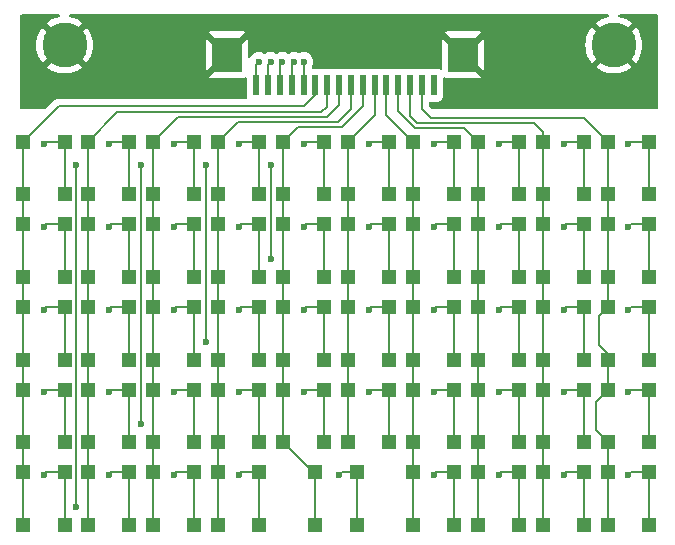
<source format=gbr>
%TF.GenerationSoftware,KiCad,Pcbnew,8.0.6-1.fc40*%
%TF.CreationDate,2025-02-15T15:48:19+01:00*%
%TF.ProjectId,airMouse-keyboard,6169724d-6f75-4736-952d-6b6579626f61,RC1*%
%TF.SameCoordinates,Original*%
%TF.FileFunction,Copper,L1,Top*%
%TF.FilePolarity,Positive*%
%FSLAX46Y46*%
G04 Gerber Fmt 4.6, Leading zero omitted, Abs format (unit mm)*
G04 Created by KiCad (PCBNEW 8.0.6-1.fc40) date 2025-02-15 15:48:19*
%MOMM*%
%LPD*%
G01*
G04 APERTURE LIST*
%TA.AperFunction,SMDPad,CuDef*%
%ADD10R,0.600000X1.800000*%
%TD*%
%TA.AperFunction,SMDPad,CuDef*%
%ADD11R,2.500000X3.000000*%
%TD*%
%TA.AperFunction,ComponentPad*%
%ADD12C,3.800000*%
%TD*%
%TA.AperFunction,SMDPad,CuDef*%
%ADD13R,1.200000X1.200000*%
%TD*%
%TA.AperFunction,ViaPad*%
%ADD14C,0.600000*%
%TD*%
%TA.AperFunction,Conductor*%
%ADD15C,0.200000*%
%TD*%
G04 APERTURE END LIST*
D10*
%TO.P,J1,1,Pin_1*%
%TO.N,unconnected-(J1-Pin_1-Pad1)*%
X121250000Y-80400000D03*
%TO.P,J1,2,Pin_2*%
%TO.N,/COL1*%
X120250000Y-80400000D03*
%TO.P,J1,3,Pin_3*%
%TO.N,/COL2*%
X119250000Y-80400000D03*
%TO.P,J1,4,Pin_4*%
%TO.N,/COL3*%
X118250000Y-80400000D03*
%TO.P,J1,5,Pin_5*%
%TO.N,/COL4*%
X117250000Y-80400000D03*
%TO.P,J1,6,Pin_6*%
%TO.N,/COL5*%
X116250000Y-80400000D03*
%TO.P,J1,7,Pin_7*%
%TO.N,/COL6*%
X115250000Y-80400000D03*
%TO.P,J1,8,Pin_8*%
%TO.N,/COL7*%
X114250000Y-80400000D03*
%TO.P,J1,9,Pin_9*%
%TO.N,/COL8*%
X113250000Y-80400000D03*
%TO.P,J1,10,Pin_10*%
%TO.N,/COL9*%
X112250000Y-80400000D03*
%TO.P,J1,11,Pin_11*%
%TO.N,/COL10*%
X111250000Y-80400000D03*
%TO.P,J1,12,Pin_12*%
%TO.N,/ROW1*%
X110250000Y-80400000D03*
%TO.P,J1,13,Pin_13*%
%TO.N,/ROW2*%
X109250000Y-80400000D03*
%TO.P,J1,14,Pin_14*%
%TO.N,/ROW3*%
X108250000Y-80400000D03*
%TO.P,J1,15,Pin_15*%
%TO.N,/ROW4*%
X107250000Y-80400000D03*
%TO.P,J1,16,Pin_16*%
%TO.N,/ROW5*%
X106250000Y-80400000D03*
D11*
%TO.P,J1,MP,MountPin*%
%TO.N,GND*%
X123750000Y-77800000D03*
X103750000Y-77800000D03*
%TD*%
D12*
%TO.P,H4,1,1*%
%TO.N,GND*%
X90000000Y-77000000D03*
%TD*%
%TO.P,H3,1,1*%
%TO.N,GND*%
X136500000Y-77000000D03*
%TD*%
D13*
%TO.P,SW24,1,A*%
%TO.N,/COL7*%
X103000000Y-99175000D03*
X103000000Y-103625000D03*
%TO.P,SW24,2,B*%
%TO.N,Net-(D24-A)*%
X106500000Y-99175000D03*
X106500000Y-103625000D03*
%TD*%
%TO.P,SW9,1,A*%
%TO.N,/COL2*%
X130500000Y-85175000D03*
X130500000Y-89625000D03*
%TO.P,SW9,2,B*%
%TO.N,Net-(D9-A)*%
X134000000Y-85175000D03*
X134000000Y-89625000D03*
%TD*%
%TO.P,SW44,1,A*%
%TO.N,/COL7*%
X103000000Y-113175000D03*
X103000000Y-117625000D03*
%TO.P,SW44,2,B*%
%TO.N,Net-(D44-A)*%
X106500000Y-113175000D03*
X106500000Y-117625000D03*
%TD*%
%TO.P,SW33,1,A*%
%TO.N,/COL8*%
X97500000Y-106175000D03*
X97500000Y-110625000D03*
%TO.P,SW33,2,B*%
%TO.N,Net-(D33-A)*%
X101000000Y-106175000D03*
X101000000Y-110625000D03*
%TD*%
%TO.P,SW3,1,A*%
%TO.N,/COL8*%
X97500000Y-85175000D03*
X97500000Y-89625000D03*
%TO.P,SW3,2,B*%
%TO.N,Net-(D3-A)*%
X101000000Y-85175000D03*
X101000000Y-89625000D03*
%TD*%
%TO.P,SW1,1,A*%
%TO.N,/COL10*%
X86500000Y-85175000D03*
X86500000Y-89625000D03*
%TO.P,SW1,2,B*%
%TO.N,Net-(D1-A)*%
X90000000Y-85175000D03*
X90000000Y-89625000D03*
%TD*%
%TO.P,SW16,1,A*%
%TO.N,/COL5*%
X114000000Y-92175000D03*
X114000000Y-96625000D03*
%TO.P,SW16,2,B*%
%TO.N,Net-(D16-A)*%
X117500000Y-92175000D03*
X117500000Y-96625000D03*
%TD*%
%TO.P,SW32,1,A*%
%TO.N,/COL9*%
X92000000Y-106175000D03*
X92000000Y-110625000D03*
%TO.P,SW32,2,B*%
%TO.N,Net-(D32-A)*%
X95500000Y-106175000D03*
X95500000Y-110625000D03*
%TD*%
%TO.P,SW28,1,A*%
%TO.N,/COL3*%
X125000000Y-99175000D03*
X125000000Y-103625000D03*
%TO.P,SW28,2,B*%
%TO.N,Net-(D28-A)*%
X128500000Y-99175000D03*
X128500000Y-103625000D03*
%TD*%
%TO.P,SW46,1,A*%
%TO.N,/COL4*%
X119500000Y-113175000D03*
X119500000Y-117625000D03*
%TO.P,SW46,2,B*%
%TO.N,Net-(D46-A)*%
X123000000Y-113175000D03*
X123000000Y-117625000D03*
%TD*%
%TO.P,SW37,1,A*%
%TO.N,/COL4*%
X119500000Y-106175000D03*
X119500000Y-110625000D03*
%TO.P,SW37,2,B*%
%TO.N,Net-(D37-A)*%
X123000000Y-106175000D03*
X123000000Y-110625000D03*
%TD*%
%TO.P,SW5,1,A*%
%TO.N,/COL6*%
X108500000Y-85175000D03*
X108500000Y-89625000D03*
%TO.P,SW5,2,B*%
%TO.N,Net-(D5-A)*%
X112000000Y-85175000D03*
X112000000Y-89625000D03*
%TD*%
%TO.P,SW10,1,A*%
%TO.N,/COL1*%
X136000000Y-85175000D03*
X136000000Y-89625000D03*
%TO.P,SW10,2,B*%
%TO.N,Net-(D10-A)*%
X139500000Y-85175000D03*
X139500000Y-89625000D03*
%TD*%
%TO.P,SW17,1,A*%
%TO.N,/COL4*%
X119500000Y-92175000D03*
X119500000Y-96625000D03*
%TO.P,SW17,2,B*%
%TO.N,Net-(D17-A)*%
X123000000Y-92175000D03*
X123000000Y-96625000D03*
%TD*%
%TO.P,SW19,1,A*%
%TO.N,/COL2*%
X130500000Y-92175000D03*
X130500000Y-96625000D03*
%TO.P,SW19,2,B*%
%TO.N,Net-(D19-A)*%
X134000000Y-92175000D03*
X134000000Y-96625000D03*
%TD*%
%TO.P,SW41,1,A*%
%TO.N,/COL10*%
X86500000Y-113175000D03*
X86500000Y-117625000D03*
%TO.P,SW41,2,B*%
%TO.N,Net-(D41-A)*%
X90000000Y-113175000D03*
X90000000Y-117625000D03*
%TD*%
%TO.P,SW26,1,A*%
%TO.N,/COL5*%
X114000000Y-99175000D03*
X114000000Y-103625000D03*
%TO.P,SW26,2,B*%
%TO.N,Net-(D26-A)*%
X117500000Y-99175000D03*
X117500000Y-103625000D03*
%TD*%
%TO.P,SW49,1,A*%
%TO.N,/COL1*%
X136000000Y-113175000D03*
X136000000Y-117625000D03*
%TO.P,SW49,2,B*%
%TO.N,Net-(D49-A)*%
X139500000Y-113175000D03*
X139500000Y-117625000D03*
%TD*%
%TO.P,SW31,1,A*%
%TO.N,/COL10*%
X86500000Y-106175000D03*
X86500000Y-110625000D03*
%TO.P,SW31,2,B*%
%TO.N,Net-(D31-A)*%
X90000000Y-106175000D03*
X90000000Y-110625000D03*
%TD*%
%TO.P,SW45,1,A*%
%TO.N,/COL6*%
X111250000Y-113175000D03*
X111250000Y-117625000D03*
%TO.P,SW45,2,B*%
%TO.N,Net-(D45-A)*%
X114750000Y-113175000D03*
X114750000Y-117625000D03*
%TD*%
%TO.P,SW2,1,A*%
%TO.N,/COL9*%
X92000000Y-85175000D03*
X92000000Y-89625000D03*
%TO.P,SW2,2,B*%
%TO.N,Net-(D2-A)*%
X95500000Y-85175000D03*
X95500000Y-89625000D03*
%TD*%
%TO.P,SW6,1,A*%
%TO.N,/COL5*%
X114000000Y-85175000D03*
X114000000Y-89625000D03*
%TO.P,SW6,2,B*%
%TO.N,Net-(D6-A)*%
X117500000Y-85175000D03*
X117500000Y-89625000D03*
%TD*%
%TO.P,SW39,1,A*%
%TO.N,/COL2*%
X130500000Y-106175000D03*
X130500000Y-110625000D03*
%TO.P,SW39,2,B*%
%TO.N,Net-(D39-A)*%
X134000000Y-106175000D03*
X134000000Y-110625000D03*
%TD*%
%TO.P,SW4,1,A*%
%TO.N,/COL7*%
X103000000Y-85175000D03*
X103000000Y-89625000D03*
%TO.P,SW4,2,B*%
%TO.N,Net-(D4-A)*%
X106500000Y-85175000D03*
X106500000Y-89625000D03*
%TD*%
%TO.P,SW25,1,A*%
%TO.N,/COL6*%
X108500000Y-99175000D03*
X108500000Y-103625000D03*
%TO.P,SW25,2,B*%
%TO.N,Net-(D25-A)*%
X112000000Y-99175000D03*
X112000000Y-103625000D03*
%TD*%
%TO.P,SW21,1,A*%
%TO.N,/COL10*%
X86500000Y-99175000D03*
X86500000Y-103625000D03*
%TO.P,SW21,2,B*%
%TO.N,Net-(D21-A)*%
X90000000Y-99175000D03*
X90000000Y-103625000D03*
%TD*%
%TO.P,SW13,1,A*%
%TO.N,/COL8*%
X97500000Y-92175000D03*
X97500000Y-96625000D03*
%TO.P,SW13,2,B*%
%TO.N,Net-(D13-A)*%
X101000000Y-92175000D03*
X101000000Y-96625000D03*
%TD*%
%TO.P,SW48,1,A*%
%TO.N,/COL2*%
X130500000Y-113175000D03*
X130500000Y-117625000D03*
%TO.P,SW48,2,B*%
%TO.N,Net-(D48-A)*%
X134000000Y-113175000D03*
X134000000Y-117625000D03*
%TD*%
%TO.P,SW18,1,A*%
%TO.N,/COL3*%
X125000000Y-92175000D03*
X125000000Y-96625000D03*
%TO.P,SW18,2,B*%
%TO.N,Net-(D18-A)*%
X128500000Y-92175000D03*
X128500000Y-96625000D03*
%TD*%
%TO.P,SW34,1,A*%
%TO.N,/COL7*%
X103000000Y-106175000D03*
X103000000Y-110625000D03*
%TO.P,SW34,2,B*%
%TO.N,Net-(D34-A)*%
X106500000Y-106175000D03*
X106500000Y-110625000D03*
%TD*%
%TO.P,SW23,1,A*%
%TO.N,/COL8*%
X97500000Y-99175000D03*
X97500000Y-103625000D03*
%TO.P,SW23,2,B*%
%TO.N,Net-(D23-A)*%
X101000000Y-99175000D03*
X101000000Y-103625000D03*
%TD*%
%TO.P,SW20,1,A*%
%TO.N,/COL1*%
X136000000Y-92175000D03*
X136000000Y-96625000D03*
%TO.P,SW20,2,B*%
%TO.N,Net-(D20-A)*%
X139500000Y-92175000D03*
X139500000Y-96625000D03*
%TD*%
%TO.P,SW27,1,A*%
%TO.N,/COL4*%
X119500000Y-99175000D03*
X119500000Y-103625000D03*
%TO.P,SW27,2,B*%
%TO.N,Net-(D27-A)*%
X123000000Y-99175000D03*
X123000000Y-103625000D03*
%TD*%
%TO.P,SW11,1,A*%
%TO.N,/COL10*%
X86500000Y-92175000D03*
X86500000Y-96625000D03*
%TO.P,SW11,2,B*%
%TO.N,Net-(D11-A)*%
X90000000Y-92175000D03*
X90000000Y-96625000D03*
%TD*%
%TO.P,SW38,1,A*%
%TO.N,/COL3*%
X125000000Y-106175000D03*
X125000000Y-110625000D03*
%TO.P,SW38,2,B*%
%TO.N,Net-(D38-A)*%
X128500000Y-106175000D03*
X128500000Y-110625000D03*
%TD*%
%TO.P,SW36,1,A*%
%TO.N,/COL5*%
X114000000Y-106175000D03*
X114000000Y-110625000D03*
%TO.P,SW36,2,B*%
%TO.N,Net-(D36-A)*%
X117500000Y-106175000D03*
X117500000Y-110625000D03*
%TD*%
%TO.P,SW8,1,A*%
%TO.N,/COL3*%
X125000000Y-85175000D03*
X125000000Y-89625000D03*
%TO.P,SW8,2,B*%
%TO.N,Net-(D8-A)*%
X128500000Y-85175000D03*
X128500000Y-89625000D03*
%TD*%
%TO.P,SW7,1,A*%
%TO.N,/COL4*%
X119500000Y-85175000D03*
X119500000Y-89625000D03*
%TO.P,SW7,2,B*%
%TO.N,Net-(D7-A)*%
X123000000Y-85175000D03*
X123000000Y-89625000D03*
%TD*%
%TO.P,SW29,1,A*%
%TO.N,/COL2*%
X130500000Y-99175000D03*
X130500000Y-103625000D03*
%TO.P,SW29,2,B*%
%TO.N,Net-(D29-A)*%
X134000000Y-99175000D03*
X134000000Y-103625000D03*
%TD*%
%TO.P,SW42,1,A*%
%TO.N,/COL9*%
X92000000Y-113175000D03*
X92000000Y-117625000D03*
%TO.P,SW42,2,B*%
%TO.N,Net-(D42-A)*%
X95500000Y-113175000D03*
X95500000Y-117625000D03*
%TD*%
%TO.P,SW47,1,A*%
%TO.N,/COL3*%
X125000000Y-113175000D03*
X125000000Y-117625000D03*
%TO.P,SW47,2,B*%
%TO.N,Net-(D47-A)*%
X128500000Y-113175000D03*
X128500000Y-117625000D03*
%TD*%
%TO.P,SW22,1,A*%
%TO.N,/COL9*%
X92000000Y-99175000D03*
X92000000Y-103625000D03*
%TO.P,SW22,2,B*%
%TO.N,Net-(D22-A)*%
X95500000Y-99175000D03*
X95500000Y-103625000D03*
%TD*%
%TO.P,SW35,1,A*%
%TO.N,/COL6*%
X108500000Y-106175000D03*
X108500000Y-110625000D03*
%TO.P,SW35,2,B*%
%TO.N,Net-(D35-A)*%
X112000000Y-106175000D03*
X112000000Y-110625000D03*
%TD*%
%TO.P,SW40,1,A*%
%TO.N,/COL1*%
X136000000Y-106175000D03*
X136000000Y-110625000D03*
%TO.P,SW40,2,B*%
%TO.N,Net-(D40-A)*%
X139500000Y-106175000D03*
X139500000Y-110625000D03*
%TD*%
%TO.P,SW15,1,A*%
%TO.N,/COL6*%
X108500000Y-92175000D03*
X108500000Y-96625000D03*
%TO.P,SW15,2,B*%
%TO.N,Net-(D15-A)*%
X112000000Y-92175000D03*
X112000000Y-96625000D03*
%TD*%
%TO.P,SW30,1,A*%
%TO.N,/COL1*%
X136000000Y-99175000D03*
X136000000Y-103625000D03*
%TO.P,SW30,2,B*%
%TO.N,Net-(D30-A)*%
X139500000Y-99175000D03*
X139500000Y-103625000D03*
%TD*%
%TO.P,SW43,1,A*%
%TO.N,/COL8*%
X97500000Y-113175000D03*
X97500000Y-117625000D03*
%TO.P,SW43,2,B*%
%TO.N,Net-(D43-A)*%
X101000000Y-113175000D03*
X101000000Y-117625000D03*
%TD*%
%TO.P,SW12,1,A*%
%TO.N,/COL9*%
X92000000Y-92175000D03*
X92000000Y-96625000D03*
%TO.P,SW12,2,B*%
%TO.N,Net-(D12-A)*%
X95500000Y-92175000D03*
X95500000Y-96625000D03*
%TD*%
%TO.P,SW14,1,A*%
%TO.N,/COL7*%
X103000000Y-92175000D03*
X103000000Y-96625000D03*
%TO.P,SW14,2,B*%
%TO.N,Net-(D14-A)*%
X106500000Y-92175000D03*
X106500000Y-96625000D03*
%TD*%
D14*
%TO.N,/ROW5*%
X106450000Y-78400000D03*
%TO.N,/ROW4*%
X107450000Y-78400000D03*
%TO.N,/ROW3*%
X108450000Y-78400000D03*
%TO.N,/ROW2*%
X109450000Y-78400000D03*
%TO.N,/ROW1*%
X110250000Y-78400000D03*
%TO.N,GND*%
X139250000Y-81400000D03*
X139250000Y-80400000D03*
X139250000Y-79400000D03*
X139250000Y-78400000D03*
X139250000Y-77400000D03*
X139250000Y-76400000D03*
X139250000Y-75400000D03*
X87250000Y-81400000D03*
X87250000Y-80400000D03*
X87250000Y-79400000D03*
X87250000Y-78400000D03*
X87250000Y-77400000D03*
X87250000Y-76400000D03*
X87250000Y-75400000D03*
%TO.N,/ROW5*%
X91000000Y-87150000D03*
X91000000Y-116100000D03*
%TO.N,/ROW4*%
X96500000Y-87150000D03*
X96500000Y-109100000D03*
%TO.N,/ROW3*%
X102000000Y-87150000D03*
X102000000Y-102100000D03*
%TO.N,/ROW2*%
X107500000Y-87150000D03*
X107500000Y-95100000D03*
%TO.N,Net-(D1-A)*%
X88250000Y-85400000D03*
%TO.N,Net-(D2-A)*%
X93750000Y-85400000D03*
%TO.N,Net-(D3-A)*%
X99250000Y-85400000D03*
%TO.N,Net-(D4-A)*%
X104750000Y-85400000D03*
%TO.N,Net-(D5-A)*%
X110250000Y-85400000D03*
%TO.N,Net-(D6-A)*%
X115750000Y-85400000D03*
%TO.N,Net-(D7-A)*%
X121250000Y-85400000D03*
%TO.N,Net-(D8-A)*%
X126750000Y-85400000D03*
%TO.N,Net-(D9-A)*%
X132250000Y-85400000D03*
%TO.N,Net-(D10-A)*%
X137750000Y-85400000D03*
%TO.N,Net-(D11-A)*%
X88250000Y-92400000D03*
%TO.N,Net-(D12-A)*%
X93750000Y-92400000D03*
%TO.N,Net-(D13-A)*%
X99250000Y-92400000D03*
%TO.N,Net-(D14-A)*%
X104750000Y-92400000D03*
%TO.N,Net-(D15-A)*%
X110250000Y-92400000D03*
%TO.N,Net-(D16-A)*%
X115750000Y-92400000D03*
%TO.N,Net-(D17-A)*%
X121250000Y-92400000D03*
%TO.N,Net-(D18-A)*%
X126750000Y-92400000D03*
%TO.N,Net-(D19-A)*%
X132250000Y-92400000D03*
%TO.N,Net-(D20-A)*%
X137750000Y-92400000D03*
%TO.N,Net-(D21-A)*%
X88250000Y-99400000D03*
%TO.N,Net-(D22-A)*%
X93750000Y-99400000D03*
%TO.N,Net-(D23-A)*%
X99250000Y-99400000D03*
%TO.N,Net-(D24-A)*%
X104750000Y-99400000D03*
%TO.N,Net-(D25-A)*%
X110250000Y-99400000D03*
%TO.N,Net-(D26-A)*%
X115750000Y-99400000D03*
%TO.N,Net-(D27-A)*%
X121250000Y-99400000D03*
%TO.N,Net-(D28-A)*%
X126750000Y-99400000D03*
%TO.N,Net-(D29-A)*%
X132250000Y-99400000D03*
%TO.N,Net-(D30-A)*%
X137750000Y-99400000D03*
%TO.N,Net-(D31-A)*%
X88250000Y-106400000D03*
%TO.N,Net-(D32-A)*%
X93750000Y-106400000D03*
%TO.N,Net-(D33-A)*%
X99250000Y-106400000D03*
%TO.N,Net-(D34-A)*%
X104750000Y-106400000D03*
%TO.N,Net-(D35-A)*%
X110250000Y-106400000D03*
%TO.N,Net-(D36-A)*%
X115750000Y-106400000D03*
%TO.N,Net-(D37-A)*%
X121250000Y-106400000D03*
%TO.N,Net-(D38-A)*%
X126750000Y-106400000D03*
%TO.N,Net-(D39-A)*%
X132250000Y-106400000D03*
%TO.N,Net-(D40-A)*%
X137750000Y-106400000D03*
%TO.N,Net-(D41-A)*%
X88250000Y-113400000D03*
%TO.N,Net-(D42-A)*%
X93750000Y-113400000D03*
%TO.N,Net-(D43-A)*%
X99250000Y-113400000D03*
%TO.N,Net-(D44-A)*%
X104750000Y-113400000D03*
%TO.N,Net-(D45-A)*%
X113250000Y-113400000D03*
%TO.N,Net-(D46-A)*%
X121250000Y-113400000D03*
%TO.N,Net-(D47-A)*%
X126750000Y-113400000D03*
%TO.N,Net-(D48-A)*%
X132250000Y-113400000D03*
%TO.N,Net-(D49-A)*%
X137750000Y-113400000D03*
%TD*%
D15*
%TO.N,/COL10*%
X89525000Y-82150000D02*
X110300000Y-82150000D01*
X110300000Y-82150000D02*
X111250000Y-81200000D01*
X111250000Y-81200000D02*
X111250000Y-80400000D01*
%TO.N,/COL9*%
X92000000Y-85175000D02*
X94475000Y-82700000D01*
X94475000Y-82700000D02*
X111750000Y-82700000D01*
X111750000Y-82700000D02*
X112250000Y-82200000D01*
X112250000Y-82200000D02*
X112250000Y-80400000D01*
%TO.N,/ROW5*%
X106250000Y-78600000D02*
X106450000Y-78400000D01*
X106250000Y-80400000D02*
X106250000Y-78600000D01*
%TO.N,/ROW4*%
X107250000Y-78600000D02*
X107450000Y-78400000D01*
X107250000Y-80400000D02*
X107250000Y-78600000D01*
%TO.N,/ROW3*%
X108250000Y-78600000D02*
X108450000Y-78400000D01*
X108250000Y-80400000D02*
X108250000Y-78600000D01*
%TO.N,/ROW2*%
X109250000Y-78600000D02*
X109450000Y-78400000D01*
X109250000Y-80400000D02*
X109250000Y-78600000D01*
%TO.N,/ROW1*%
X110250000Y-80400000D02*
X110250000Y-78400000D01*
%TO.N,/COL1*%
X136000000Y-85175000D02*
X134025000Y-83200000D01*
X121050000Y-83200000D02*
X120250000Y-82400000D01*
X134025000Y-83200000D02*
X121050000Y-83200000D01*
X120250000Y-82400000D02*
X120250000Y-80400000D01*
%TO.N,/COL2*%
X130500000Y-85175000D02*
X130500000Y-84375000D01*
X130500000Y-84375000D02*
X129725000Y-83600000D01*
X129725000Y-83600000D02*
X119850000Y-83600000D01*
X119850000Y-83600000D02*
X119250000Y-83000000D01*
X119250000Y-83000000D02*
X119250000Y-80400000D01*
%TO.N,/COL3*%
X125000000Y-85175000D02*
X123825000Y-84000000D01*
X123825000Y-84000000D02*
X119650000Y-84000000D01*
X119650000Y-84000000D02*
X118250000Y-82600000D01*
X118250000Y-82600000D02*
X118250000Y-80400000D01*
%TO.N,/COL4*%
X119500000Y-85175000D02*
X117250000Y-82925000D01*
X117250000Y-82925000D02*
X117250000Y-80400000D01*
%TO.N,/COL5*%
X114000000Y-85175000D02*
X116250000Y-82925000D01*
X116250000Y-82925000D02*
X116250000Y-80400000D01*
%TO.N,/COL6*%
X113500000Y-83900000D02*
X115250000Y-82150000D01*
X115250000Y-82150000D02*
X115250000Y-80400000D01*
%TO.N,/COL7*%
X103000000Y-85175000D02*
X104675000Y-83500000D01*
X104675000Y-83500000D02*
X113150000Y-83500000D01*
X113150000Y-83500000D02*
X114250000Y-82400000D01*
X114250000Y-82400000D02*
X114250000Y-80400000D01*
%TO.N,/COL8*%
X112250000Y-83100000D02*
X113250000Y-82100000D01*
X113250000Y-82100000D02*
X113250000Y-80400000D01*
%TO.N,/ROW5*%
X91000000Y-87150000D02*
X91000000Y-116100000D01*
%TO.N,/ROW4*%
X96500000Y-87150000D02*
X96500000Y-109100000D01*
%TO.N,/ROW3*%
X102000000Y-87150000D02*
X102000000Y-102100000D01*
%TO.N,/ROW2*%
X107500000Y-87150000D02*
X107500000Y-95100000D01*
%TO.N,/COL10*%
X89525000Y-82150000D02*
X86500000Y-85175000D01*
%TO.N,/COL8*%
X112250000Y-83100000D02*
X99575000Y-83100000D01*
X99575000Y-83100000D02*
X97500000Y-85175000D01*
%TO.N,/COL6*%
X108500000Y-85175000D02*
X109775000Y-83900000D01*
X109775000Y-83900000D02*
X113500000Y-83900000D01*
%TO.N,/COL10*%
X86500000Y-92175000D02*
X86500000Y-96625000D01*
X86500000Y-99175000D02*
X86500000Y-103625000D01*
X86500000Y-103625000D02*
X86500000Y-106175000D01*
X86500000Y-85175000D02*
X86500000Y-89625000D01*
X86500000Y-89625000D02*
X86500000Y-92175000D01*
X86500000Y-96625000D02*
X86500000Y-99175000D01*
X86500000Y-106175000D02*
X86500000Y-117625000D01*
%TO.N,/COL9*%
X92000000Y-92175000D02*
X92000000Y-91650000D01*
X92000000Y-85175000D02*
X92000000Y-117625000D01*
%TO.N,/COL8*%
X97500000Y-92175000D02*
X97500000Y-117625000D01*
X97500000Y-99175000D02*
X97500000Y-98650000D01*
X97500000Y-85175000D02*
X97500000Y-89625000D01*
X97500000Y-89625000D02*
X97500000Y-92175000D01*
%TO.N,/COL7*%
X103000000Y-85175000D02*
X103000000Y-117625000D01*
%TO.N,/COL6*%
X111050000Y-113175000D02*
X111250000Y-113175000D01*
X111250000Y-117625000D02*
X111250000Y-113175000D01*
X108500000Y-85175000D02*
X108500000Y-110625000D01*
X108500000Y-110625000D02*
X111050000Y-113175000D01*
%TO.N,/COL5*%
X114000000Y-85175000D02*
X114000000Y-110625000D01*
%TO.N,/COL4*%
X119500000Y-85175000D02*
X119500000Y-117625000D01*
%TO.N,/COL3*%
X125000000Y-85175000D02*
X125000000Y-117625000D01*
%TO.N,/COL2*%
X130500000Y-85175000D02*
X130500000Y-117625000D01*
%TO.N,/COL1*%
X135000000Y-107175000D02*
X136000000Y-106175000D01*
X135000000Y-109625000D02*
X135000000Y-107175000D01*
X136000000Y-110625000D02*
X136000000Y-113175000D01*
X136000000Y-110625000D02*
X135000000Y-109625000D01*
X136000000Y-85175000D02*
X136000000Y-99175000D01*
X135250000Y-99925000D02*
X136000000Y-99175000D01*
X136000000Y-103150000D02*
X135250000Y-102400000D01*
X136000000Y-113175000D02*
X136000000Y-117625000D01*
X136000000Y-103625000D02*
X136000000Y-106175000D01*
X135250000Y-102400000D02*
X135250000Y-99925000D01*
X136000000Y-103625000D02*
X136000000Y-103150000D01*
%TO.N,Net-(D1-A)*%
X90000000Y-85175000D02*
X88475000Y-85175000D01*
X90000000Y-85175000D02*
X90000000Y-89625000D01*
X88475000Y-85175000D02*
X88250000Y-85400000D01*
%TO.N,Net-(D2-A)*%
X93975000Y-85175000D02*
X93750000Y-85400000D01*
X95500000Y-85175000D02*
X93975000Y-85175000D01*
X95500000Y-85175000D02*
X95500000Y-89625000D01*
%TO.N,Net-(D3-A)*%
X99475000Y-85175000D02*
X99250000Y-85400000D01*
X101000000Y-85175000D02*
X101000000Y-89625000D01*
X101000000Y-85175000D02*
X99475000Y-85175000D01*
%TO.N,Net-(D4-A)*%
X106500000Y-89625000D02*
X106500000Y-85175000D01*
X106500000Y-85175000D02*
X104975000Y-85175000D01*
X104975000Y-85175000D02*
X104750000Y-85400000D01*
%TO.N,Net-(D5-A)*%
X112000000Y-89625000D02*
X112000000Y-85175000D01*
X112000000Y-85175000D02*
X110475000Y-85175000D01*
X110475000Y-85175000D02*
X110250000Y-85400000D01*
%TO.N,Net-(D6-A)*%
X115975000Y-85175000D02*
X115750000Y-85400000D01*
X117500000Y-89625000D02*
X117500000Y-85175000D01*
X117500000Y-85175000D02*
X115975000Y-85175000D01*
%TO.N,Net-(D7-A)*%
X123000000Y-89625000D02*
X123000000Y-85175000D01*
X121475000Y-85175000D02*
X121250000Y-85400000D01*
X123000000Y-85175000D02*
X121475000Y-85175000D01*
%TO.N,Net-(D8-A)*%
X128500000Y-89625000D02*
X128500000Y-85175000D01*
X128500000Y-85175000D02*
X126975000Y-85175000D01*
X126975000Y-85175000D02*
X126750000Y-85400000D01*
%TO.N,Net-(D9-A)*%
X132475000Y-85175000D02*
X132250000Y-85400000D01*
X134000000Y-85175000D02*
X132475000Y-85175000D01*
X134000000Y-89625000D02*
X134000000Y-85175000D01*
%TO.N,Net-(D10-A)*%
X139500000Y-89625000D02*
X139500000Y-85175000D01*
X137975000Y-85175000D02*
X137750000Y-85400000D01*
X139500000Y-85175000D02*
X137975000Y-85175000D01*
%TO.N,Net-(D11-A)*%
X90000000Y-92175000D02*
X88475000Y-92175000D01*
X88475000Y-92175000D02*
X88250000Y-92400000D01*
X90000000Y-96625000D02*
X90000000Y-92175000D01*
%TO.N,Net-(D12-A)*%
X93975000Y-92175000D02*
X93750000Y-92400000D01*
X95500000Y-96625000D02*
X95500000Y-92175000D01*
X95500000Y-92175000D02*
X93975000Y-92175000D01*
%TO.N,Net-(D13-A)*%
X101000000Y-92175000D02*
X101000000Y-96625000D01*
X101000000Y-92175000D02*
X99475000Y-92175000D01*
X99475000Y-92175000D02*
X99250000Y-92400000D01*
%TO.N,Net-(D14-A)*%
X106500000Y-92175000D02*
X104975000Y-92175000D01*
X106500000Y-96625000D02*
X106500000Y-92175000D01*
X104975000Y-92175000D02*
X104750000Y-92400000D01*
%TO.N,Net-(D15-A)*%
X112000000Y-92175000D02*
X110475000Y-92175000D01*
X110475000Y-92175000D02*
X110250000Y-92400000D01*
X112000000Y-96625000D02*
X112000000Y-92175000D01*
%TO.N,Net-(D16-A)*%
X115975000Y-92175000D02*
X115750000Y-92400000D01*
X117500000Y-96625000D02*
X117500000Y-92175000D01*
X117500000Y-92175000D02*
X115975000Y-92175000D01*
%TO.N,Net-(D17-A)*%
X121475000Y-92175000D02*
X121250000Y-92400000D01*
X123000000Y-96625000D02*
X123000000Y-92175000D01*
X123000000Y-92175000D02*
X121475000Y-92175000D01*
%TO.N,Net-(D18-A)*%
X126975000Y-92175000D02*
X126750000Y-92400000D01*
X128500000Y-96625000D02*
X128500000Y-92175000D01*
X128500000Y-92175000D02*
X126975000Y-92175000D01*
%TO.N,Net-(D19-A)*%
X132475000Y-92175000D02*
X132250000Y-92400000D01*
X134000000Y-96625000D02*
X134000000Y-92175000D01*
X134000000Y-92175000D02*
X132475000Y-92175000D01*
%TO.N,Net-(D20-A)*%
X139500000Y-92175000D02*
X137975000Y-92175000D01*
X137975000Y-92175000D02*
X137750000Y-92400000D01*
X139500000Y-96625000D02*
X139500000Y-92175000D01*
%TO.N,Net-(D21-A)*%
X88475000Y-99175000D02*
X88250000Y-99400000D01*
X90000000Y-99175000D02*
X88475000Y-99175000D01*
X90000000Y-103625000D02*
X90000000Y-99175000D01*
%TO.N,Net-(D22-A)*%
X93975000Y-99175000D02*
X93750000Y-99400000D01*
X95500000Y-103625000D02*
X95500000Y-99175000D01*
X95500000Y-99175000D02*
X93975000Y-99175000D01*
%TO.N,Net-(D23-A)*%
X101000000Y-99175000D02*
X101000000Y-103625000D01*
X99475000Y-99175000D02*
X99250000Y-99400000D01*
X101000000Y-99175000D02*
X99475000Y-99175000D01*
%TO.N,Net-(D24-A)*%
X106500000Y-103625000D02*
X106500000Y-99175000D01*
X104975000Y-99175000D02*
X104750000Y-99400000D01*
X106500000Y-99175000D02*
X104975000Y-99175000D01*
%TO.N,Net-(D25-A)*%
X110475000Y-99175000D02*
X110250000Y-99400000D01*
X112000000Y-103625000D02*
X112000000Y-99175000D01*
X112000000Y-99175000D02*
X110475000Y-99175000D01*
%TO.N,Net-(D26-A)*%
X117500000Y-103625000D02*
X117500000Y-99175000D01*
X117500000Y-99175000D02*
X115975000Y-99175000D01*
X115975000Y-99175000D02*
X115750000Y-99400000D01*
%TO.N,Net-(D27-A)*%
X123000000Y-99175000D02*
X121475000Y-99175000D01*
X121475000Y-99175000D02*
X121250000Y-99400000D01*
X123000000Y-103625000D02*
X123000000Y-99175000D01*
%TO.N,Net-(D28-A)*%
X126975000Y-99175000D02*
X126750000Y-99400000D01*
X128500000Y-99175000D02*
X126975000Y-99175000D01*
X128500000Y-103625000D02*
X128500000Y-99175000D01*
%TO.N,Net-(D29-A)*%
X134000000Y-99175000D02*
X132475000Y-99175000D01*
X134000000Y-103625000D02*
X134000000Y-99175000D01*
X132475000Y-99175000D02*
X132250000Y-99400000D01*
%TO.N,Net-(D30-A)*%
X139500000Y-99175000D02*
X137975000Y-99175000D01*
X139500000Y-103625000D02*
X139500000Y-99175000D01*
X137975000Y-99175000D02*
X137750000Y-99400000D01*
%TO.N,Net-(D31-A)*%
X88475000Y-106175000D02*
X88250000Y-106400000D01*
X90000000Y-106175000D02*
X88475000Y-106175000D01*
X90000000Y-110625000D02*
X90000000Y-106175000D01*
%TO.N,Net-(D32-A)*%
X95500000Y-110625000D02*
X95500000Y-106175000D01*
X95500000Y-106175000D02*
X93975000Y-106175000D01*
X93975000Y-106175000D02*
X93750000Y-106400000D01*
%TO.N,Net-(D33-A)*%
X101000000Y-106175000D02*
X101000000Y-110625000D01*
X99475000Y-106175000D02*
X99250000Y-106400000D01*
X101000000Y-106175000D02*
X99475000Y-106175000D01*
%TO.N,Net-(D34-A)*%
X104975000Y-106175000D02*
X104750000Y-106400000D01*
X106500000Y-110625000D02*
X106500000Y-106175000D01*
X106500000Y-106175000D02*
X104975000Y-106175000D01*
%TO.N,Net-(D35-A)*%
X112000000Y-106175000D02*
X110475000Y-106175000D01*
X112000000Y-110625000D02*
X112000000Y-106175000D01*
X110475000Y-106175000D02*
X110250000Y-106400000D01*
%TO.N,Net-(D36-A)*%
X115975000Y-106175000D02*
X115750000Y-106400000D01*
X117500000Y-110625000D02*
X117500000Y-106175000D01*
X117500000Y-106175000D02*
X115975000Y-106175000D01*
%TO.N,Net-(D37-A)*%
X121475000Y-106175000D02*
X121250000Y-106400000D01*
X123000000Y-106175000D02*
X121475000Y-106175000D01*
X123000000Y-110625000D02*
X123000000Y-106175000D01*
%TO.N,Net-(D38-A)*%
X126975000Y-106175000D02*
X126750000Y-106400000D01*
X128500000Y-106175000D02*
X126975000Y-106175000D01*
X128500000Y-110625000D02*
X128500000Y-106175000D01*
%TO.N,Net-(D39-A)*%
X134000000Y-106175000D02*
X132475000Y-106175000D01*
X134000000Y-110625000D02*
X134000000Y-106175000D01*
X132475000Y-106175000D02*
X132250000Y-106400000D01*
%TO.N,Net-(D40-A)*%
X139500000Y-110625000D02*
X139500000Y-106175000D01*
X139500000Y-106175000D02*
X137975000Y-106175000D01*
X137975000Y-106175000D02*
X137750000Y-106400000D01*
%TO.N,Net-(D41-A)*%
X90000000Y-113175000D02*
X88475000Y-113175000D01*
X88475000Y-113175000D02*
X88250000Y-113400000D01*
X90000000Y-117625000D02*
X90000000Y-113175000D01*
%TO.N,Net-(D42-A)*%
X95500000Y-117625000D02*
X95500000Y-113175000D01*
X95500000Y-113175000D02*
X93975000Y-113175000D01*
X93975000Y-113175000D02*
X93750000Y-113400000D01*
%TO.N,Net-(D43-A)*%
X99475000Y-113175000D02*
X99250000Y-113400000D01*
X101000000Y-113175000D02*
X99475000Y-113175000D01*
X101000000Y-113175000D02*
X101000000Y-117625000D01*
%TO.N,Net-(D44-A)*%
X104975000Y-113175000D02*
X104750000Y-113400000D01*
X106500000Y-117625000D02*
X106500000Y-113175000D01*
X106500000Y-113175000D02*
X104975000Y-113175000D01*
%TO.N,Net-(D45-A)*%
X114750000Y-117625000D02*
X114750000Y-113175000D01*
X115000000Y-113175000D02*
X113475000Y-113175000D01*
X113475000Y-113175000D02*
X113250000Y-113400000D01*
%TO.N,Net-(D46-A)*%
X121475000Y-113175000D02*
X121250000Y-113400000D01*
X123000000Y-117625000D02*
X123000000Y-113175000D01*
X123000000Y-113175000D02*
X121475000Y-113175000D01*
%TO.N,Net-(D47-A)*%
X128500000Y-113175000D02*
X126975000Y-113175000D01*
X128500000Y-117625000D02*
X128500000Y-113175000D01*
X126975000Y-113175000D02*
X126750000Y-113400000D01*
%TO.N,Net-(D48-A)*%
X132475000Y-113175000D02*
X132250000Y-113400000D01*
X134000000Y-117625000D02*
X134000000Y-113175000D01*
X134000000Y-113175000D02*
X132475000Y-113175000D01*
%TO.N,Net-(D49-A)*%
X137975000Y-113175000D02*
X137750000Y-113400000D01*
X139500000Y-113175000D02*
X137975000Y-113175000D01*
X139500000Y-117625000D02*
X139500000Y-113175000D01*
%TD*%
%TA.AperFunction,Conductor*%
%TO.N,GND*%
G36*
X89561240Y-74419685D02*
G01*
X89606995Y-74472489D01*
X89616939Y-74541647D01*
X89587914Y-74605203D01*
X89529136Y-74642977D01*
X89525038Y-74644104D01*
X89256892Y-74712951D01*
X89256889Y-74712952D01*
X88976117Y-74824117D01*
X88976109Y-74824121D01*
X88711476Y-74969604D01*
X88711471Y-74969607D01*
X88486565Y-75133010D01*
X88486564Y-75133011D01*
X89417262Y-76063709D01*
X89283398Y-76160967D01*
X89160967Y-76283398D01*
X89063709Y-76417262D01*
X88135311Y-75488864D01*
X88054520Y-75586525D01*
X88054518Y-75586528D01*
X87892707Y-75841502D01*
X87892704Y-75841508D01*
X87764127Y-76114747D01*
X87764125Y-76114752D01*
X87670805Y-76401959D01*
X87614216Y-76698609D01*
X87614215Y-76698616D01*
X87595255Y-76999994D01*
X87595255Y-77000005D01*
X87614215Y-77301383D01*
X87614216Y-77301390D01*
X87670805Y-77598040D01*
X87764125Y-77885247D01*
X87764127Y-77885252D01*
X87892704Y-78158491D01*
X87892707Y-78158497D01*
X88054516Y-78413469D01*
X88135311Y-78511133D01*
X89063708Y-77582736D01*
X89160967Y-77716602D01*
X89283398Y-77839033D01*
X89417262Y-77936290D01*
X88486564Y-78866987D01*
X88486565Y-78866989D01*
X88711461Y-79030385D01*
X88711479Y-79030397D01*
X88976109Y-79175878D01*
X88976117Y-79175882D01*
X89256889Y-79287047D01*
X89256892Y-79287048D01*
X89549399Y-79362150D01*
X89848995Y-79399999D01*
X89849007Y-79400000D01*
X90150993Y-79400000D01*
X90151004Y-79399999D01*
X90450600Y-79362150D01*
X90743107Y-79287048D01*
X90743110Y-79287047D01*
X90971941Y-79196447D01*
X102000000Y-79196447D01*
X103396447Y-77800000D01*
X103396447Y-77799999D01*
X102000000Y-76403552D01*
X102000000Y-79196447D01*
X90971941Y-79196447D01*
X91023882Y-79175882D01*
X91023890Y-79175878D01*
X91288520Y-79030397D01*
X91288530Y-79030390D01*
X91513433Y-78866987D01*
X91513434Y-78866987D01*
X90582737Y-77936290D01*
X90716602Y-77839033D01*
X90839033Y-77716602D01*
X90936290Y-77582737D01*
X91864687Y-78511134D01*
X91945486Y-78413464D01*
X92107292Y-78158497D01*
X92107295Y-78158491D01*
X92235872Y-77885252D01*
X92235874Y-77885247D01*
X92329194Y-77598040D01*
X92385783Y-77301390D01*
X92385784Y-77301383D01*
X92404745Y-77000005D01*
X92404745Y-76999994D01*
X92385784Y-76698616D01*
X92385783Y-76698609D01*
X92329194Y-76401959D01*
X92235874Y-76114752D01*
X92235872Y-76114747D01*
X92134103Y-75898477D01*
X102202030Y-75898477D01*
X103750000Y-77446447D01*
X103750001Y-77446447D01*
X105297968Y-75898478D01*
X105297967Y-75898477D01*
X122202030Y-75898477D01*
X123750000Y-77446447D01*
X123750001Y-77446447D01*
X125297968Y-75898478D01*
X125297967Y-75898477D01*
X125242093Y-75856649D01*
X125242086Y-75856645D01*
X125107379Y-75806403D01*
X125107372Y-75806401D01*
X125047844Y-75800000D01*
X122452155Y-75800000D01*
X122392627Y-75806401D01*
X122392620Y-75806403D01*
X122257913Y-75856645D01*
X122257910Y-75856647D01*
X122202030Y-75898477D01*
X105297967Y-75898477D01*
X105242093Y-75856649D01*
X105242086Y-75856645D01*
X105107379Y-75806403D01*
X105107372Y-75806401D01*
X105047844Y-75800000D01*
X102452155Y-75800000D01*
X102392627Y-75806401D01*
X102392620Y-75806403D01*
X102257913Y-75856645D01*
X102257910Y-75856647D01*
X102202030Y-75898477D01*
X92134103Y-75898477D01*
X92107295Y-75841508D01*
X92107292Y-75841502D01*
X91945483Y-75586530D01*
X91864686Y-75488864D01*
X90936289Y-76417261D01*
X90839033Y-76283398D01*
X90716602Y-76160967D01*
X90582736Y-76063709D01*
X91513434Y-75133011D01*
X91513433Y-75133009D01*
X91288538Y-74969614D01*
X91288520Y-74969602D01*
X91023890Y-74824121D01*
X91023882Y-74824117D01*
X90743110Y-74712952D01*
X90743107Y-74712951D01*
X90474962Y-74644104D01*
X90414924Y-74608366D01*
X90383738Y-74545842D01*
X90391306Y-74476384D01*
X90435224Y-74422043D01*
X90501550Y-74400073D01*
X90505799Y-74400000D01*
X135994201Y-74400000D01*
X136061240Y-74419685D01*
X136106995Y-74472489D01*
X136116939Y-74541647D01*
X136087914Y-74605203D01*
X136029136Y-74642977D01*
X136025038Y-74644104D01*
X135756892Y-74712951D01*
X135756889Y-74712952D01*
X135476117Y-74824117D01*
X135476109Y-74824121D01*
X135211476Y-74969604D01*
X135211471Y-74969607D01*
X134986565Y-75133010D01*
X134986564Y-75133011D01*
X135917262Y-76063709D01*
X135783398Y-76160967D01*
X135660967Y-76283398D01*
X135563709Y-76417262D01*
X134635311Y-75488864D01*
X134554520Y-75586525D01*
X134554518Y-75586528D01*
X134392707Y-75841502D01*
X134392704Y-75841508D01*
X134264127Y-76114747D01*
X134264125Y-76114752D01*
X134170805Y-76401959D01*
X134114216Y-76698609D01*
X134114215Y-76698616D01*
X134095255Y-76999994D01*
X134095255Y-77000005D01*
X134114215Y-77301383D01*
X134114216Y-77301390D01*
X134170805Y-77598040D01*
X134264125Y-77885247D01*
X134264127Y-77885252D01*
X134392704Y-78158491D01*
X134392707Y-78158497D01*
X134554516Y-78413469D01*
X134635311Y-78511133D01*
X135563708Y-77582736D01*
X135660967Y-77716602D01*
X135783398Y-77839033D01*
X135917262Y-77936290D01*
X134986564Y-78866987D01*
X134986565Y-78866989D01*
X135211461Y-79030385D01*
X135211479Y-79030397D01*
X135476109Y-79175878D01*
X135476117Y-79175882D01*
X135756889Y-79287047D01*
X135756892Y-79287048D01*
X136049399Y-79362150D01*
X136348995Y-79399999D01*
X136349007Y-79400000D01*
X136650993Y-79400000D01*
X136651004Y-79399999D01*
X136950600Y-79362150D01*
X137243107Y-79287048D01*
X137243110Y-79287047D01*
X137523882Y-79175882D01*
X137523890Y-79175878D01*
X137788520Y-79030397D01*
X137788530Y-79030390D01*
X138013433Y-78866987D01*
X138013434Y-78866987D01*
X137082737Y-77936290D01*
X137216602Y-77839033D01*
X137339033Y-77716602D01*
X137436290Y-77582737D01*
X138364687Y-78511134D01*
X138445486Y-78413464D01*
X138607292Y-78158497D01*
X138607295Y-78158491D01*
X138735872Y-77885252D01*
X138735874Y-77885247D01*
X138829194Y-77598040D01*
X138885783Y-77301390D01*
X138885784Y-77301383D01*
X138904745Y-77000005D01*
X138904745Y-76999994D01*
X138885784Y-76698616D01*
X138885783Y-76698609D01*
X138829194Y-76401959D01*
X138735874Y-76114752D01*
X138735872Y-76114747D01*
X138607295Y-75841508D01*
X138607292Y-75841502D01*
X138445483Y-75586530D01*
X138364686Y-75488864D01*
X137436289Y-76417261D01*
X137339033Y-76283398D01*
X137216602Y-76160967D01*
X137082736Y-76063709D01*
X138013434Y-75133011D01*
X138013433Y-75133009D01*
X137788538Y-74969614D01*
X137788520Y-74969602D01*
X137523890Y-74824121D01*
X137523882Y-74824117D01*
X137243110Y-74712952D01*
X137243107Y-74712951D01*
X136974962Y-74644104D01*
X136914924Y-74608366D01*
X136883738Y-74545842D01*
X136891306Y-74476384D01*
X136935224Y-74422043D01*
X137001550Y-74400073D01*
X137005799Y-74400000D01*
X140126000Y-74400000D01*
X140193039Y-74419685D01*
X140238794Y-74472489D01*
X140250000Y-74524000D01*
X140250000Y-82276000D01*
X140230315Y-82343039D01*
X140177511Y-82388794D01*
X140126000Y-82400000D01*
X121150597Y-82400000D01*
X121083558Y-82380315D01*
X121062916Y-82363681D01*
X120886819Y-82187584D01*
X120853334Y-82126261D01*
X120850500Y-82099903D01*
X120850500Y-81924499D01*
X120870185Y-81857460D01*
X120922989Y-81811705D01*
X120974495Y-81800499D01*
X121597872Y-81800499D01*
X121657483Y-81794091D01*
X121792331Y-81743796D01*
X121907546Y-81657546D01*
X121993796Y-81542331D01*
X122044091Y-81407483D01*
X122050500Y-81347873D01*
X122050499Y-79835805D01*
X122070184Y-79768767D01*
X122122987Y-79723012D01*
X122192146Y-79713068D01*
X122248814Y-79736542D01*
X122257913Y-79743354D01*
X122392620Y-79793596D01*
X122392627Y-79793598D01*
X122452155Y-79799999D01*
X122452172Y-79800000D01*
X125047828Y-79800000D01*
X125047844Y-79799999D01*
X125107372Y-79793598D01*
X125107376Y-79793597D01*
X125242090Y-79743351D01*
X125297967Y-79701520D01*
X123750000Y-78153553D01*
X123396446Y-77799999D01*
X124103553Y-77799999D01*
X124103553Y-77800000D01*
X125499999Y-79196447D01*
X125500000Y-79196446D01*
X125500000Y-76403553D01*
X125499999Y-76403552D01*
X124103553Y-77799999D01*
X123396446Y-77799999D01*
X122000000Y-76403552D01*
X122000000Y-78963942D01*
X121980315Y-79030981D01*
X121927511Y-79076736D01*
X121858353Y-79086680D01*
X121801691Y-79063210D01*
X121792334Y-79056205D01*
X121792328Y-79056202D01*
X121657486Y-79005910D01*
X121657485Y-79005909D01*
X121657483Y-79005909D01*
X121597873Y-78999500D01*
X121597863Y-78999500D01*
X120902129Y-78999500D01*
X120902123Y-78999501D01*
X120842516Y-79005908D01*
X120793332Y-79024253D01*
X120723640Y-79029237D01*
X120706667Y-79024253D01*
X120657486Y-79005910D01*
X120657485Y-79005909D01*
X120657483Y-79005909D01*
X120597873Y-78999500D01*
X120597863Y-78999500D01*
X119902129Y-78999500D01*
X119902123Y-78999501D01*
X119842516Y-79005908D01*
X119793332Y-79024253D01*
X119723640Y-79029237D01*
X119706667Y-79024253D01*
X119657486Y-79005910D01*
X119657485Y-79005909D01*
X119657483Y-79005909D01*
X119597873Y-78999500D01*
X119597863Y-78999500D01*
X118902129Y-78999500D01*
X118902123Y-78999501D01*
X118842516Y-79005908D01*
X118793332Y-79024253D01*
X118723640Y-79029237D01*
X118706667Y-79024253D01*
X118657486Y-79005910D01*
X118657485Y-79005909D01*
X118657483Y-79005909D01*
X118597873Y-78999500D01*
X118597863Y-78999500D01*
X117902129Y-78999500D01*
X117902123Y-78999501D01*
X117842516Y-79005908D01*
X117793332Y-79024253D01*
X117723640Y-79029237D01*
X117706667Y-79024253D01*
X117657486Y-79005910D01*
X117657485Y-79005909D01*
X117657483Y-79005909D01*
X117597873Y-78999500D01*
X117597863Y-78999500D01*
X116902129Y-78999500D01*
X116902123Y-78999501D01*
X116842516Y-79005908D01*
X116793332Y-79024253D01*
X116723640Y-79029237D01*
X116706667Y-79024253D01*
X116657486Y-79005910D01*
X116657485Y-79005909D01*
X116657483Y-79005909D01*
X116597873Y-78999500D01*
X116597863Y-78999500D01*
X115902129Y-78999500D01*
X115902123Y-78999501D01*
X115842516Y-79005908D01*
X115793332Y-79024253D01*
X115723640Y-79029237D01*
X115706667Y-79024253D01*
X115657486Y-79005910D01*
X115657485Y-79005909D01*
X115657483Y-79005909D01*
X115597873Y-78999500D01*
X115597863Y-78999500D01*
X114902129Y-78999500D01*
X114902123Y-78999501D01*
X114842516Y-79005908D01*
X114793332Y-79024253D01*
X114723640Y-79029237D01*
X114706667Y-79024253D01*
X114657486Y-79005910D01*
X114657485Y-79005909D01*
X114657483Y-79005909D01*
X114597873Y-78999500D01*
X114597863Y-78999500D01*
X113902129Y-78999500D01*
X113902123Y-78999501D01*
X113842516Y-79005908D01*
X113793332Y-79024253D01*
X113723640Y-79029237D01*
X113706667Y-79024253D01*
X113657486Y-79005910D01*
X113657485Y-79005909D01*
X113657483Y-79005909D01*
X113597873Y-78999500D01*
X113597863Y-78999500D01*
X112902129Y-78999500D01*
X112902123Y-78999501D01*
X112842516Y-79005908D01*
X112793332Y-79024253D01*
X112723640Y-79029237D01*
X112706667Y-79024253D01*
X112657486Y-79005910D01*
X112657485Y-79005909D01*
X112657483Y-79005909D01*
X112597873Y-78999500D01*
X112597863Y-78999500D01*
X111902129Y-78999500D01*
X111902123Y-78999501D01*
X111842516Y-79005908D01*
X111793332Y-79024253D01*
X111723640Y-79029237D01*
X111706667Y-79024253D01*
X111657486Y-79005910D01*
X111657485Y-79005909D01*
X111657483Y-79005909D01*
X111597873Y-78999500D01*
X111597864Y-78999500D01*
X111043078Y-78999500D01*
X110976039Y-78979815D01*
X110930284Y-78927011D01*
X110920340Y-78857853D01*
X110938085Y-78809527D01*
X110975788Y-78749524D01*
X110975789Y-78749522D01*
X111035368Y-78579255D01*
X111041938Y-78520943D01*
X111055565Y-78400003D01*
X111055565Y-78399996D01*
X111035369Y-78220750D01*
X111035368Y-78220745D01*
X111013584Y-78158491D01*
X110975789Y-78050478D01*
X110971005Y-78042865D01*
X110879815Y-77897737D01*
X110752262Y-77770184D01*
X110599523Y-77674211D01*
X110429254Y-77614631D01*
X110429249Y-77614630D01*
X110250004Y-77594435D01*
X110249996Y-77594435D01*
X110070750Y-77614630D01*
X110070737Y-77614633D01*
X109893906Y-77676510D01*
X109893155Y-77674364D01*
X109834856Y-77683962D01*
X109806409Y-77675609D01*
X109806094Y-77676510D01*
X109629262Y-77614633D01*
X109629249Y-77614630D01*
X109450004Y-77594435D01*
X109449996Y-77594435D01*
X109270750Y-77614630D01*
X109270737Y-77614633D01*
X109100479Y-77674209D01*
X109015971Y-77727309D01*
X108948734Y-77746309D01*
X108884029Y-77727309D01*
X108799520Y-77674209D01*
X108629262Y-77614633D01*
X108629249Y-77614630D01*
X108450004Y-77594435D01*
X108449996Y-77594435D01*
X108270750Y-77614630D01*
X108270737Y-77614633D01*
X108100479Y-77674209D01*
X108015971Y-77727309D01*
X107948734Y-77746309D01*
X107884029Y-77727309D01*
X107799520Y-77674209D01*
X107629262Y-77614633D01*
X107629249Y-77614630D01*
X107450004Y-77594435D01*
X107449996Y-77594435D01*
X107270750Y-77614630D01*
X107270737Y-77614633D01*
X107100479Y-77674209D01*
X107015971Y-77727309D01*
X106948734Y-77746309D01*
X106884029Y-77727309D01*
X106799520Y-77674209D01*
X106629262Y-77614633D01*
X106629249Y-77614630D01*
X106450004Y-77594435D01*
X106449996Y-77594435D01*
X106270750Y-77614630D01*
X106270745Y-77614631D01*
X106100476Y-77674211D01*
X105947737Y-77770184D01*
X105820184Y-77897737D01*
X105728994Y-78042865D01*
X105676659Y-78089156D01*
X105607605Y-78099804D01*
X105543757Y-78071429D01*
X105505385Y-78013039D01*
X105500000Y-77976893D01*
X105500000Y-76403553D01*
X105499999Y-76403552D01*
X103750000Y-78153553D01*
X102202030Y-79701520D01*
X102257908Y-79743351D01*
X102392623Y-79793597D01*
X102392627Y-79793598D01*
X102452155Y-79799999D01*
X102452172Y-79800000D01*
X105047828Y-79800000D01*
X105047844Y-79799999D01*
X105107372Y-79793598D01*
X105107379Y-79793596D01*
X105242086Y-79743354D01*
X105251186Y-79736542D01*
X105316650Y-79712123D01*
X105384923Y-79726973D01*
X105434330Y-79776377D01*
X105449500Y-79835807D01*
X105449500Y-81347870D01*
X105449501Y-81347876D01*
X105456421Y-81412247D01*
X105444014Y-81481006D01*
X105396403Y-81532143D01*
X105333131Y-81549500D01*
X89611669Y-81549500D01*
X89611653Y-81549499D01*
X89604057Y-81549499D01*
X89445943Y-81549499D01*
X89338587Y-81578265D01*
X89293210Y-81590424D01*
X89293209Y-81590425D01*
X89243096Y-81619359D01*
X89243095Y-81619360D01*
X89199689Y-81644420D01*
X89156285Y-81669479D01*
X89156282Y-81669481D01*
X88462083Y-82363681D01*
X88400760Y-82397166D01*
X88374402Y-82400000D01*
X86374000Y-82400000D01*
X86306961Y-82380315D01*
X86261206Y-82327511D01*
X86250000Y-82276000D01*
X86250000Y-74524000D01*
X86269685Y-74456961D01*
X86322489Y-74411206D01*
X86374000Y-74400000D01*
X89494201Y-74400000D01*
X89561240Y-74419685D01*
G37*
%TD.AperFunction*%
%TD*%
M02*

</source>
